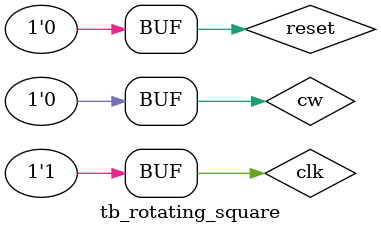
<source format=v>
`timescale 1ns / 1ps

module tb_rotating_square;

	// Inputs
	reg clk;
	reg reset;
	reg cw;

	wire [7:0] in0;
	wire [7:0] in1;
	wire [7:0] in2;
	wire [7:0] in3;

	rotating_square #(.base_counter(5)) uut 
	( 
		.clk(clk), 
		.reset(reset), 
		.cw(cw), 
		.in0(in0), 
		.in1(in1), 
		.in2(in2), 
		.in3(in3)
	);
	always begin
	clk=1'b0;
	#10;
	clk=1'b1;
	#10;
	end
	
	initial begin
		clk = 0;
		reset = 1'b0;
		cw = 0;
	end
endmodule

</source>
